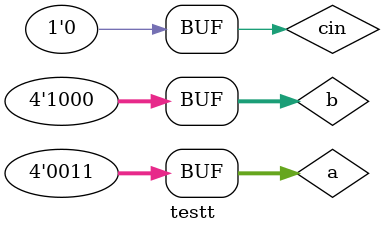
<source format=v>
module four_bit_adder(s, cout, a, b, cin);
input [3:0] a, b;
input cin;
output [3:0] s;
output cout;

Full_Adder fadd0(s[0], c0, a[0], b[0], cin);
Full_Adder fadd1(s[1], c1, a[1], b[1], c0);
Full_Adder fadd2(s[2], c2, a[2], b[2], c1);
Full_Adder fadd3(s[3], cout, a[3], b[3], c2);

endmodule

module Full_Adder(s, cout, a, b, cin);
input a, b, cin;
output s, cout;
xor (o1, a, b);
xor (s, o1, cin);
and (o2, o1, cin);
and (o3, a, b);
or (cout, o2, o3);

endmodule

module testt;
reg [3:0] a, b;
reg cin;
wire [3:0] s;
wire cout;
four_bit_adder fadd(s, cout, a, b, cin);

initial
begin
#0 a=4'd8; b=4'd3; cin=1'b0;
#100 a=4'd2; b=4'd2; cin=1'b0;
#100 a=4'd5; b=4'd6; cin=1'b0;
#100 a=4'd7; b=4'd4; cin=1'b0;
#100 a=4'd3; b=4'd8; cin=1'b0;
end
endmodule

</source>
